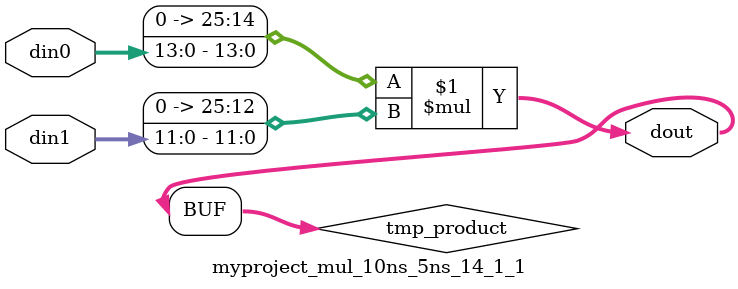
<source format=v>

`timescale 1 ns / 1 ps

 module myproject_mul_10ns_5ns_14_1_1(din0, din1, dout);
parameter ID = 1;
parameter NUM_STAGE = 0;
parameter din0_WIDTH = 14;
parameter din1_WIDTH = 12;
parameter dout_WIDTH = 26;

input [din0_WIDTH - 1 : 0] din0; 
input [din1_WIDTH - 1 : 0] din1; 
output [dout_WIDTH - 1 : 0] dout;

wire signed [dout_WIDTH - 1 : 0] tmp_product;
























assign tmp_product = $signed({1'b0, din0}) * $signed({1'b0, din1});











assign dout = tmp_product;





















endmodule

</source>
